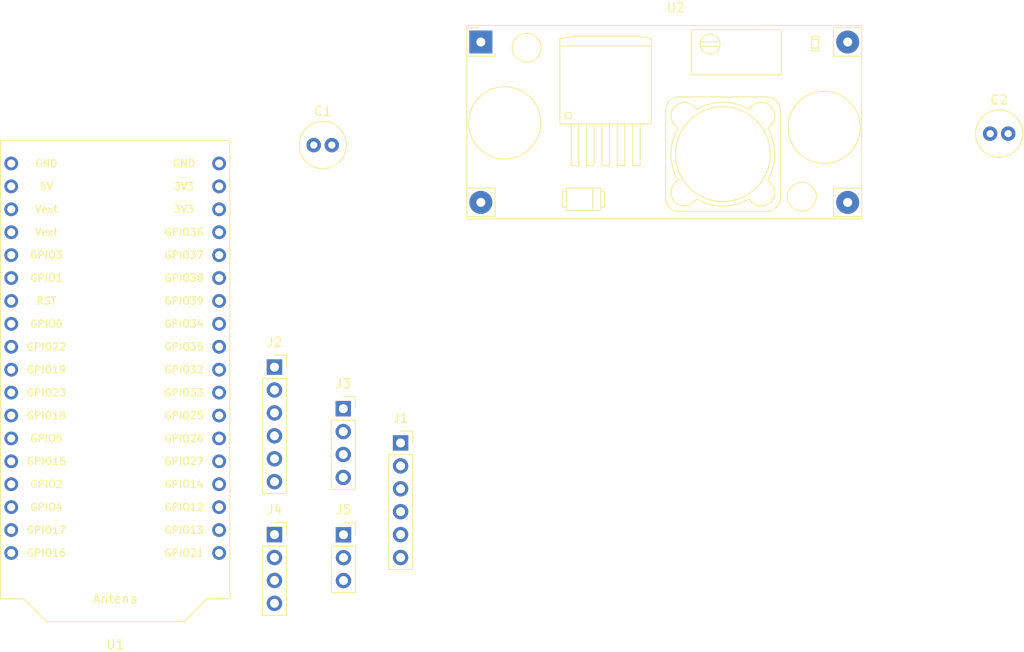
<source format=kicad_pcb>
(kicad_pcb (version 20221018) (generator pcbnew)
  (layers (0 "F.Cu" signal) (31 "B.Cu" signal) (34 "B.Paste" user) (35 "F.Paste" user) (36 "B.SilkS" user "B.Silkscreen") (37 "F.SilkS" user "F.Silkscreen") (38 "B.Mask" user) (39 "F.Mask" user) (44 "Edge.Cuts" user))
  (net 0 "")
  (net 59 "GND")
  (net 60 "VCC")
  (net 61 "+12V")
  (net 63 "+5V")
  (footprint "Connector_PinSocket_2.54mm:PinSocket_1x06_P2.54mm_Vertical" (layer "F.Cu") (at 163.83 88.9)
    (fp_text reference "J1" (at 0 -2.77) (layer "F.SilkS"))
    (fp_text value "RTCLOCK")
    (fp_line (start -1.33 1.27) (end -1.33 14.03) (stroke (width 0.12)) (layer "F.SilkS"))
    (fp_line (start -1.33 1.27) (end 1.33 1.27) (stroke (width 0.12)) (layer "F.SilkS"))
    (fp_line (start -1.33 14.03) (end 1.33 14.03) (stroke (width 0.12)) (layer "F.SilkS"))
    (fp_line (start 0 -1.33) (end 1.33 -1.33) (stroke (width 0.12)) (layer "F.SilkS"))
    (fp_line (start 1.33 -1.33) (end 1.33 0) (stroke (width 0.12)) (layer "F.SilkS"))
    (fp_line (start 1.33 1.27) (end 1.33 14.03) (stroke (width 0.12)) (layer "F.SilkS"))
    (pad "1" thru_hole rect (at 0 0) (size 1.7 1.7) (drill 1) (layers "*.Cu" "*.Mask"))
    (pad "2" thru_hole oval (at 0 2.54) (size 1.7 1.7) (drill 1) (layers "*.Cu" "*.Mask"))
    (pad "3" thru_hole oval (at 0 5.08) (size 1.7 1.7) (drill 1) (layers "*.Cu" "*.Mask"))
    (pad "4" thru_hole oval (at 0 7.62) (size 1.7 1.7) (drill 1) (layers "*.Cu" "*.Mask"))
    (pad "5" thru_hole oval (at 0 10.16) (size 1.7 1.7) (drill 1) (layers "*.Cu" "*.Mask"))
    (pad "6" thru_hole oval (at 0 12.7) (size 1.7 1.7) (drill 1) (layers "*.Cu" "*.Mask"))
  )
  (footprint "Connector_PinSocket_2.54mm:PinSocket_1x06_P2.54mm_Vertical" (layer "F.Cu") (at 149.86 80.49)
    (fp_text reference "J2" (at 0 -2.77) (layer "F.SilkS"))
    (fp_text value "SDCARD")
    (fp_line (start -1.33 1.27) (end -1.33 14.03) (stroke (width 0.12)) (layer "F.SilkS"))
    (fp_line (start -1.33 1.27) (end 1.33 1.27) (stroke (width 0.12)) (layer "F.SilkS"))
    (fp_line (start -1.33 14.03) (end 1.33 14.03) (stroke (width 0.12)) (layer "F.SilkS"))
    (fp_line (start 0 -1.33) (end 1.33 -1.33) (stroke (width 0.12)) (layer "F.SilkS"))
    (fp_line (start 1.33 -1.33) (end 1.33 0) (stroke (width 0.12)) (layer "F.SilkS"))
    (fp_line (start 1.33 1.27) (end 1.33 14.03) (stroke (width 0.12)) (layer "F.SilkS"))
    (pad "1" thru_hole rect (at 0 0) (size 1.7 1.7) (drill 1) (layers "*.Cu" "*.Mask"))
    (pad "2" thru_hole oval (at 0 2.54) (size 1.7 1.7) (drill 1) (layers "*.Cu" "*.Mask"))
    (pad "3" thru_hole oval (at 0 5.08) (size 1.7 1.7) (drill 1) (layers "*.Cu" "*.Mask"))
    (pad "4" thru_hole oval (at 0 7.62) (size 1.7 1.7) (drill 1) (layers "*.Cu" "*.Mask"))
    (pad "5" thru_hole oval (at 0 10.16) (size 1.7 1.7) (drill 1) (layers "*.Cu" "*.Mask"))
    (pad "6" thru_hole oval (at 0 12.7) (size 1.7 1.7) (drill 1) (layers "*.Cu" "*.Mask"))
  )
  (footprint "Heltec_wifi_LoRa_v2:Heltec_WiFi_LoRa_V2" (layer "F.Cu") (at 132.215 83.315)
    (fp_text reference "U1" (at 0 27.94) (layer "F.SilkS"))
    (fp_text value "Heltec_Wifi_LoRa_V1")
    (fp_text user "GPIO2" (at -7.62 10.16) (layer "F.SilkS") (effects (font (size 0.8 0.8))))
    (fp_text user "3V3" (at 7.62 -20.32) (layer "F.SilkS") (effects (font (size 0.8 0.8))))
    (fp_text user "GPIO0" (at -7.62 -7.62) (layer "F.SilkS") (effects (font (size 0.8 0.8))))
    (fp_text user "GPIO3" (at -7.62 -15.24) (layer "F.SilkS") (effects (font (size 0.8 0.8))))
    (fp_text user "GPIO37" (at 7.62 -15.24) (layer "F.SilkS") (effects (font (size 0.8 0.8))))
    (fp_text user "GPIO19" (at -7.62 -2.54) (layer "F.SilkS") (effects (font (size 0.8 0.8))))
    (fp_text user "GPIO12" (at 7.62 12.7) (layer "F.SilkS") (effects (font (size 0.8 0.8))))
    (fp_text user "GPIO22" (at -7.62 -5.08) (layer "F.SilkS") (effects (font (size 0.8 0.8))))
    (fp_text user "Antena" (at 0 22.86) (layer "F.SilkS"))
    (fp_text user "GPIO33" (at 7.62 0) (layer "F.SilkS") (effects (font (size 0.8 0.8))))
    (fp_text user "Vext" (at -7.62 -20.32) (layer "F.SilkS") (effects (font (size 0.8 0.8))))
    (fp_text user "GPIO18" (at -7.62 2.54) (layer "F.SilkS") (effects (font (size 0.8 0.8))))
    (fp_text user "GPIO1" (at -7.62 -12.7) (layer "F.SilkS") (effects (font (size 0.8 0.8))))
    (fp_text user "GPIO21" (at 7.62 17.78) (layer "F.SilkS") (effects (font (size 0.8 0.8))))
    (fp_text user "GPIO14" (at 7.62 10.16) (layer "F.SilkS") (effects (font (size 0.8 0.8))))
    (fp_text user "Vext" (at -7.62 -17.78) (layer "F.SilkS") (effects (font (size 0.8 0.8))))
    (fp_text user "GND" (at 7.62 -25.4) (layer "F.SilkS") (effects (font (size 0.8 0.8))))
    (fp_text user "GPIO36" (at 7.62 -17.78) (layer "F.SilkS") (effects (font (size 0.8 0.8))))
    (fp_text user "GPIO17" (at -7.62 15.24) (layer "F.SilkS") (effects (font (size 0.8 0.8))))
    (fp_text user "GPIO35" (at 7.62 -5.08) (layer "F.SilkS") (effects (font (size 0.8 0.8))))
    (fp_text user "RST" (at -7.62 -10.16) (layer "F.SilkS") (effects (font (size 0.8 0.8))))
    (fp_text user "GPIO38" (at 7.62 -12.7) (layer "F.SilkS") (effects (font (size 0.8 0.8))))
    (fp_text user "GPIO26" (at 7.62 5.08) (layer "F.SilkS") (effects (font (size 0.8 0.8))))
    (fp_text user "GPIO13" (at 7.62 15.24) (layer "F.SilkS") (effects (font (size 0.8 0.8))))
    (fp_text user "5V" (at -7.62 -22.86) (layer "F.SilkS") (effects (font (size 0.8 0.8))))
    (fp_text user "GND" (at -7.62 -25.4) (layer "F.SilkS") (effects (font (size 0.8 0.8))))
    (fp_text user "GPIO27" (at 7.62 7.62) (layer "F.SilkS") (effects (font (size 0.8 0.8))))
    (fp_text user "GPIO16" (at -7.62 17.78) (layer "F.SilkS") (effects (font (size 0.8 0.8))))
    (fp_text user "GPIO5" (at -7.62 5.08) (layer "F.SilkS") (effects (font (size 0.8 0.8))))
    (fp_text user "GPIO39" (at 7.62 -10.16) (layer "F.SilkS") (effects (font (size 0.8 0.8))))
    (fp_text user "GPIO15" (at -7.62 7.62) (layer "F.SilkS") (effects (font (size 0.8 0.8))))
    (fp_text user "3V3" (at 7.62 -22.86) (layer "F.SilkS") (effects (font (size 0.8 0.8))))
    (fp_text user "GPIO34" (at 7.62 -7.62) (layer "F.SilkS") (effects (font (size 0.8 0.8))))
    (fp_text user "GPIO4" (at -7.62 12.7) (layer "F.SilkS") (effects (font (size 0.8 0.8))))
    (fp_text user "GPIO23" (at -7.62 0) (layer "F.SilkS") (effects (font (size 0.8 0.8))))
    (fp_text user "GPIO32" (at 7.62 -2.54) (layer "F.SilkS") (effects (font (size 0.8 0.8))))
    (fp_text user "GPIO25" (at 7.62 2.54) (layer "F.SilkS") (effects (font (size 0.8 0.8))))
    (fp_line (start -12.7 -27.94) (end -12.7 17.78) (stroke (width 0.12)) (layer "F.SilkS"))
    (fp_line (start -12.7 -27.94) (end 12.7 -27.94) (stroke (width 0.12)) (layer "F.SilkS"))
    (fp_line (start -12.7 17.78) (end -12.7 22.86) (stroke (width 0.12)) (layer "F.SilkS"))
    (fp_line (start -12.7 22.86) (end -10.16 22.86) (stroke (width 0.12)) (layer "F.SilkS"))
    (fp_line (start -10.16 22.86) (end -7.62 25.4) (stroke (width 0.12)) (layer "F.SilkS"))
    (fp_line (start -7.62 25.4) (end 7.62 25.4) (stroke (width 0.12)) (layer "F.SilkS"))
    (fp_line (start 7.62 25.4) (end 10.16 22.86) (stroke (width 0.12)) (layer "F.SilkS"))
    (fp_line (start 10.16 22.86) (end 12.7 22.86) (stroke (width 0.12)) (layer "F.SilkS"))
    (fp_line (start 12.7 17.78) (end 12.7 -27.94) (stroke (width 0.12)) (layer "F.SilkS"))
    (fp_line (start 12.7 22.86) (end 12.7 17.78) (stroke (width 0.12)) (layer "F.SilkS"))
    (pad "1" thru_hole circle (at -11.515 -25.4) (size 1.524 1.524) (drill 0.9) (layers "*.Cu" "*.Mask"))
    (pad "2" thru_hole circle (at -11.515 -22.86) (size 1.524 1.524) (drill 0.9) (layers "*.Cu" "*.Mask"))
    (pad "3" thru_hole circle (at -11.515 -20.32) (size 1.524 1.524) (drill 0.9) (layers "*.Cu" "*.Mask"))
    (pad "4" thru_hole circle (at -11.515 -17.78) (size 1.524 1.524) (drill 0.9) (layers "*.Cu" "*.Mask"))
    (pad "5" thru_hole circle (at -11.515 -15.24) (size 1.524 1.524) (drill 0.9) (layers "*.Cu" "*.Mask"))
    (pad "6" thru_hole circle (at -11.515 -12.7) (size 1.524 1.524) (drill 0.9) (layers "*.Cu" "*.Mask"))
    (pad "7" thru_hole circle (at -11.515 -10.16) (size 1.524 1.524) (drill 0.9) (layers "*.Cu" "*.Mask"))
    (pad "8" thru_hole circle (at -11.515 -7.62) (size 1.524 1.524) (drill 0.9) (layers "*.Cu" "*.Mask"))
    (pad "9" thru_hole circle (at -11.515 -5.08) (size 1.524 1.524) (drill 0.9) (layers "*.Cu" "*.Mask"))
    (pad "10" thru_hole circle (at -11.515 -2.54) (size 1.524 1.524) (drill 0.9) (layers "*.Cu" "*.Mask"))
    (pad "11" thru_hole circle (at -11.515 0) (size 1.524 1.524) (drill 0.9) (layers "*.Cu" "*.Mask"))
    (pad "12" thru_hole circle (at -11.515 2.54) (size 1.524 1.524) (drill 0.9) (layers "*.Cu" "*.Mask"))
    (pad "13" thru_hole circle (at -11.515 5.08) (size 1.524 1.524) (drill 0.9) (layers "*.Cu" "*.Mask"))
    (pad "14" thru_hole circle (at -11.515 7.62) (size 1.524 1.524) (drill 0.9) (layers "*.Cu" "*.Mask"))
    (pad "15" thru_hole circle (at -11.515 10.16) (size 1.524 1.524) (drill 0.9) (layers "*.Cu" "*.Mask"))
    (pad "16" thru_hole circle (at -11.515 12.7) (size 1.524 1.524) (drill 0.9) (layers "*.Cu" "*.Mask"))
    (pad "17" thru_hole circle (at -11.515 15.24) (size 1.524 1.524) (drill 0.9) (layers "*.Cu" "*.Mask"))
    (pad "18" thru_hole circle (at -11.515 17.78) (size 1.524 1.524) (drill 0.9) (layers "*.Cu" "*.Mask"))
    (pad "19" thru_hole circle (at 11.515 17.78) (size 1.524 1.524) (drill 0.9) (layers "*.Cu" "*.Mask"))
    (pad "20" thru_hole circle (at 11.515 15.24) (size 1.524 1.524) (drill 0.9) (layers "*.Cu" "*.Mask"))
    (pad "21" thru_hole circle (at 11.515 12.7) (size 1.524 1.524) (drill 0.9) (layers "*.Cu" "*.Mask"))
    (pad "22" thru_hole circle (at 11.515 10.16) (size 1.524 1.524) (drill 0.9) (layers "*.Cu" "*.Mask"))
    (pad "23" thru_hole circle (at 11.515 7.62) (size 1.524 1.524) (drill 0.9) (layers "*.Cu" "*.Mask"))
    (pad "24" thru_hole circle (at 11.515 5.08) (size 1.524 1.524) (drill 0.9) (layers "*.Cu" "*.Mask"))
    (pad "25" thru_hole circle (at 11.515 2.54) (size 1.524 1.524) (drill 0.9) (layers "*.Cu" "*.Mask"))
    (pad "26" thru_hole circle (at 11.515 0) (size 1.524 1.524) (drill 0.9) (layers "*.Cu" "*.Mask"))
    (pad "27" thru_hole circle (at 11.515 -2.54) (size 1.524 1.524) (drill 0.9) (layers "*.Cu" "*.Mask"))
    (pad "28" thru_hole circle (at 11.515 -5.08) (size 1.524 1.524) (drill 0.9) (layers "*.Cu" "*.Mask"))
    (pad "29" thru_hole circle (at 11.515 -7.62) (size 1.524 1.524) (drill 0.9) (layers "*.Cu" "*.Mask"))
    (pad "30" thru_hole circle (at 11.515 -10.16) (size 1.524 1.524) (drill 0.9) (layers "*.Cu" "*.Mask"))
    (pad "31" thru_hole circle (at 11.515 -12.7) (size 1.524 1.524) (drill 0.9) (layers "*.Cu" "*.Mask"))
    (pad "32" thru_hole circle (at 11.515 -15.24) (size 1.524 1.524) (drill 0.9) (layers "*.Cu" "*.Mask"))
    (pad "33" thru_hole circle (at 11.515 -17.78) (size 1.524 1.524) (drill 0.9) (layers "*.Cu" "*.Mask"))
    (pad "34" thru_hole circle (at 11.515 -20.32) (size 1.524 1.524) (drill 0.9) (layers "*.Cu" "*.Mask"))
    (pad "35" thru_hole circle (at 11.515 -22.86) (size 1.524 1.524) (drill 0.9) (layers "*.Cu" "*.Mask"))
    (pad "36" thru_hole circle (at 11.515 -25.4) (size 1.524 1.524) (drill 0.9) (layers "*.Cu" "*.Mask"))
  )
  (footprint "Connector_PinSocket_2.54mm:PinSocket_1x04_P2.54mm_Vertical" (layer "F.Cu") (at 149.86 99.06)
    (fp_text reference "J4" (at 0 -2.77) (layer "F.SilkS"))
    (fp_text value "DHT11")
    (fp_line (start -1.33 1.27) (end -1.33 8.95) (stroke (width 0.12)) (layer "F.SilkS"))
    (fp_line (start -1.33 1.27) (end 1.33 1.27) (stroke (width 0.12)) (layer "F.SilkS"))
    (fp_line (start -1.33 8.95) (end 1.33 8.95) (stroke (width 0.12)) (layer "F.SilkS"))
    (fp_line (start 0 -1.33) (end 1.33 -1.33) (stroke (width 0.12)) (layer "F.SilkS"))
    (fp_line (start 1.33 -1.33) (end 1.33 0) (stroke (width 0.12)) (layer "F.SilkS"))
    (fp_line (start 1.33 1.27) (end 1.33 8.95) (stroke (width 0.12)) (layer "F.SilkS"))
    (pad "1" thru_hole rect (at 0 0) (size 1.7 1.7) (drill 1) (layers "*.Cu" "*.Mask"))
    (pad "2" thru_hole oval (at 0 2.54) (size 1.7 1.7) (drill 1) (layers "*.Cu" "*.Mask"))
    (pad "3" thru_hole oval (at 0 5.08) (size 1.7 1.7) (drill 1) (layers "*.Cu" "*.Mask"))
    (pad "4" thru_hole oval (at 0 7.62) (size 1.7 1.7) (drill 1) (layers "*.Cu" "*.Mask"))
  )
  (footprint "Connector_PinSocket_2.54mm:PinSocket_1x03_P2.54mm_Vertical" (layer "F.Cu") (at 157.505 99.075)
    (fp_text reference "J5" (at 0 -2.77) (layer "F.SilkS"))
    (fp_text value "RELE 5V")
    (fp_line (start -1.33 1.27) (end -1.33 6.41) (stroke (width 0.12)) (layer "F.SilkS"))
    (fp_line (start -1.33 1.27) (end 1.33 1.27) (stroke (width 0.12)) (layer "F.SilkS"))
    (fp_line (start -1.33 6.41) (end 1.33 6.41) (stroke (width 0.12)) (layer "F.SilkS"))
    (fp_line (start 0 -1.33) (end 1.33 -1.33) (stroke (width 0.12)) (layer "F.SilkS"))
    (fp_line (start 1.33 -1.33) (end 1.33 0) (stroke (width 0.12)) (layer "F.SilkS"))
    (fp_line (start 1.33 1.27) (end 1.33 6.41) (stroke (width 0.12)) (layer "F.SilkS"))
    (pad "1" thru_hole rect (at 0 0) (size 1.7 1.7) (drill 1) (layers "*.Cu" "*.Mask"))
    (pad "2" thru_hole oval (at 0 2.54) (size 1.7 1.7) (drill 1) (layers "*.Cu" "*.Mask"))
    (pad "3" thru_hole oval (at 0 5.08) (size 1.7 1.7) (drill 1) (layers "*.Cu" "*.Mask"))
  )
  (footprint "Capacitor_THT:C_Radial_D5.0mm_H11.0mm_P2.00mm" (layer "F.Cu") (at 154.21 55.88)
    (fp_text reference "C1" (at 1 -3.75) (layer "F.SilkS"))
    (fp_text value "3.3uf")
    (fp_circle (center 1 0) (end 3.62 0) (stroke (width 0.12)) (fill none) (layer "F.SilkS"))
    (pad "1" thru_hole circle (at 0 0) (size 1.6 1.6) (drill 0.8) (layers "*.Cu" "*.Mask") (net 61 "+12V"))
    (pad "2" thru_hole circle (at 2 0) (size 1.6 1.6) (drill 0.8) (layers "*.Cu" "*.Mask") (net 59 "GND"))
  )
  (footprint "Footprints:YAAJ_DCDC_StepDown_LM2596" (layer "F.Cu") (at 172.72 44.45)
    (fp_text reference "U2" (at 21.59 -3.81) (layer "F.SilkS"))
    (fp_text value "YAAJ_DCDC_StepDown_LM2596")
    (fp_line (start -1.555 -1.835) (end -1.555 19.615) (stroke (width 0.12)) (layer "F.SilkS"))
    (fp_line (start -1.555 19.615) (end 42.195 19.615) (stroke (width 0.12)) (layer "F.SilkS"))
    (fp_line (start -1.55 -1.58) (end -0.25 -1.58) (stroke (width 0.12)) (layer "F.SilkS"))
    (fp_line (start -1.55 1.575) (end 1.58 1.58) (stroke (width 0.12)) (layer "F.SilkS"))
    (fp_line (start -1.55 16.2) (end 1.58 16.2) (stroke (width 0.12)) (layer "F.SilkS"))
    (fp_line (start -1.55 19.36) (end 1.58 19.36) (stroke (width 0.12)) (layer "F.SilkS"))
    (fp_line (start 1.58 1.27) (end 1.58 1.58) (stroke (width 0.12)) (layer "F.SilkS"))
    (fp_line (start 1.58 16.2) (end 1.58 19.36) (stroke (width 0.12)) (layer "F.SilkS"))
    (fp_line (start 8.749233 1.004149) (end 8.749233 1.165687) (stroke (width 0.12)) (layer "F.SilkS"))
    (fp_line (start 8.750233 -0.36239) (end 10.400233 -0.653329) (stroke (width 0.12)) (layer "F.SilkS"))
    (fp_line (start 8.750233 8.989106) (end 8.750233 -0.36239) (stroke (width 0.12)) (layer "F.SilkS"))
    (fp_line (start 8.750233 8.989106) (end 8.827797 9.06667) (stroke (width 0.12)) (layer "F.SilkS"))
    (fp_line (start 8.827797 9.06667) (end 18.83267 9.06667) (stroke (width 0.12)) (layer "F.SilkS"))
    (fp_line (start 9.031636 16.558217) (end 9.481636 16.558217) (stroke (width 0.12)) (layer "F.SilkS"))
    (fp_line (start 9.031636 18.308217) (end 9.031636 16.558217) (stroke (width 0.12)) (layer "F.SilkS"))
    (fp_line (start 9.481636 18.308217) (end 9.031636 18.308217) (stroke (width 0.12)) (layer "F.SilkS"))
    (fp_line (start 9.481636 18.583217) (end 9.481636 16.283217) (stroke (width 0.12)) (layer "F.SilkS"))
    (fp_line (start 9.581636 16.183217) (end 13.181636 16.183217) (stroke (width 0.12)) (layer "F.SilkS"))
    (fp_line (start 10.010233 13.69667) (end 10.010233 9.06667) (stroke (width 0.12)) (layer "F.SilkS"))
    (fp_line (start 10.010233 13.69667) (end 10.850233 13.69667) (stroke (width 0.12)) (layer "F.SilkS"))
    (fp_line (start 10.400233 -0.653329) (end 17.260233 -0.653329) (stroke (width 0.12)) (layer "F.SilkS"))
    (fp_line (start 10.850233 13.69667) (end 10.850233 9.06667) (stroke (width 0.12)) (layer "F.SilkS"))
    (fp_line (start 11.710233 13.69667) (end 11.710233 9.06667) (stroke (width 0.12)) (layer "F.SilkS"))
    (fp_line (start 11.710233 13.69667) (end 12.550233 13.69667) (stroke (width 0.12)) (layer "F.SilkS"))
    (fp_line (start 12.411358 16.283217) (end 12.411358 18.583217) (stroke (width 0.12)) (layer "F.SilkS"))
    (fp_line (start 12.550233 13.69667) (end 12.550233 9.06667) (stroke (width 0.12)) (layer "F.SilkS"))
    (fp_line (start 13.181636 18.683217) (end 9.581636 18.683217) (stroke (width 0.12)) (layer "F.SilkS"))
    (fp_line (start 13.281636 16.283217) (end 13.281636 18.583217) (stroke (width 0.12)) (layer "F.SilkS"))
    (fp_line (start 13.281636 16.558217) (end 13.731636 16.558217) (stroke (width 0.12)) (layer "F.SilkS"))
    (fp_line (start 13.282636 16.794696) (end 13.282636 16.700144) (stroke (width 0.12)) (layer "F.SilkS"))
    (fp_line (start 13.410233 13.69667) (end 13.410233 9.06667) (stroke (width 0.12)) (layer "F.SilkS"))
    (fp_line (start 13.410233 13.69667) (end 14.250233 13.69667) (stroke (width 0.12)) (layer "F.SilkS"))
    (fp_line (start 13.731636 16.558217) (end 13.731636 18.308217) (stroke (width 0.12)) (layer "F.SilkS"))
    (fp_line (start 13.731636 18.308217) (end 13.281636 18.308217) (stroke (width 0.12)) (layer "F.SilkS"))
    (fp_line (start 14.250233 13.69667) (end 14.250233 9.06667) (stroke (width 0.12)) (layer "F.SilkS"))
    (fp_line (start 15.110233 13.69667) (end 15.110233 9.06667) (stroke (width 0.12)) (layer "F.SilkS"))
    (fp_line (start 15.110233 13.69667) (end 15.950233 13.69667) (stroke (width 0.12)) (layer "F.SilkS"))
    (fp_line (start 15.950233 13.69667) (end 15.950233 9.06667) (stroke (width 0.12)) (layer "F.SilkS"))
    (fp_line (start 16.810233 13.69667) (end 16.810233 9.06667) (stroke (width 0.12)) (layer "F.SilkS"))
    (fp_line (start 16.810233 13.69667) (end 17.650233 13.69667) (stroke (width 0.12)) (layer "F.SilkS"))
    (fp_line (start 17.260233 -0.653329) (end 18.910233 -0.36239) (stroke (width 0.12)) (layer "F.SilkS"))
    (fp_line (start 17.650233 13.69667) (end 17.650233 9.06667) (stroke (width 0.12)) (layer "F.SilkS"))
    (fp_line (start 18.83267 9.06667) (end 18.910233 8.989106) (stroke (width 0.12)) (layer "F.SilkS"))
    (fp_line (start 18.910233 0.42667) (end 8.750233 0.42667) (stroke (width 0.12)) (layer "F.SilkS"))
    (fp_line (start 18.910233 8.989106) (end 18.910233 -0.36239) (stroke (width 0.12)) (layer "F.SilkS"))
    (fp_line (start 20.467397 7.585796) (end 20.467397 17.285796) (stroke (width 0.12)) (layer "F.SilkS"))
    (fp_line (start 21.967397 18.785796) (end 31.667397 18.785796) (stroke (width 0.12)) (layer "F.SilkS"))
    (fp_line (start 23.299783 3.582294) (end 23.299783 -1.317705) (stroke (width 0.12)) (layer "F.SilkS"))
    (fp_line (start 23.349783 -1.367705) (end 33.249783 -1.367705) (stroke (width 0.12)) (layer "F.SilkS"))
    (fp_line (start 24.336385 -0.0491) (end 24.360553 -0.017705) (stroke (width 0.12)) (layer "F.SilkS"))
    (fp_line (start 24.348594 0.007294) (end 24.324147 0.002062) (stroke (width 0.12)) (layer "F.SilkS"))
    (fp_line (start 24.348594 0.007294) (end 24.355764 -0.023925) (stroke (width 0.12)) (layer "F.SilkS"))
    (fp_line (start 24.348594 0.007294) (end 24.360553 -0.017705) (stroke (width 0.12)) (layer "F.SilkS"))
    (fp_line (start 24.360553 0.482294) (end 26.439014 0.482294) (stroke (width 0.12)) (layer "F.SilkS"))
    (fp_line (start 26.439014 -0.017705) (end 24.360553 -0.017705) (stroke (width 0.12)) (layer "F.SilkS"))
    (fp_line (start 31.667397 6.085796) (end 21.967397 6.085796) (stroke (width 0.12)) (layer "F.SilkS"))
    (fp_line (start 31.858978 -1.368705) (end 31.814106 -1.368705) (stroke (width 0.12)) (layer "F.SilkS"))
    (fp_line (start 31.942312 -1.368705) (end 31.908357 -1.368705) (stroke (width 0.12)) (layer "F.SilkS"))
    (fp_line (start 33.167397 17.285796) (end 33.167397 7.585796) (stroke (width 0.12)) (layer "F.SilkS"))
    (fp_line (start 33.249783 3.632294) (end 23.349783 3.632294) (stroke (width 0.12)) (layer "F.SilkS"))
    (fp_line (start 33.299783 -1.317705) (end 33.299783 3.582294) (stroke (width 0.12)) (layer "F.SilkS"))
    (fp_line (start 36.648681 -0.299704) (end 37.448681 -0.299704) (stroke (width 0.12)) (layer "F.SilkS"))
    (fp_line (start 36.648681 0.980295) (end 36.648681 -0.619704) (stroke (width 0.12)) (layer "F.SilkS"))
    (fp_line (start 37.448681 -0.619704) (end 36.648681 -0.619704) (stroke (width 0.12)) (layer "F.SilkS"))
    (fp_line (start 37.448681 -0.619704) (end 37.448681 0.980295) (stroke (width 0.12)) (layer "F.SilkS"))
    (fp_line (start 37.448681 0.660295) (end 36.648681 0.660295) (stroke (width 0.12)) (layer "F.SilkS"))
    (fp_line (start 37.448681 0.980295) (end 36.648681 0.980295) (stroke (width 0.12)) (layer "F.SilkS"))
    (fp_line (start 39.06 -1.58) (end 42.175 -1.58) (stroke (width 0.12)) (layer "F.SilkS"))
    (fp_line (start 39.06 1.58) (end 39.06 -1.58) (stroke (width 0.12)) (layer "F.SilkS"))
    (fp_line (start 39.06 1.58) (end 42.22 1.58) (stroke (width 0.12)) (layer "F.SilkS"))
    (fp_line (start 39.06 16.2) (end 42.175 16.2) (stroke (width 0.12)) (layer "F.SilkS"))
    (fp_line (start 39.06 19.36) (end 39.06 16.2) (stroke (width 0.12)) (layer "F.SilkS"))
    (fp_line (start 39.06 19.36) (end 42.175 19.36) (stroke (width 0.12)) (layer "F.SilkS"))
    (fp_line (start 42.195 -1.835) (end -1.555 -1.835) (stroke (width 0.12)) (layer "F.SilkS"))
    (fp_line (start 42.195 19.615) (end 42.195 -1.835) (stroke (width 0.12)) (layer "F.SilkS"))
    (fp_arc (start 9.481636 16.283217) (mid 9.510921 16.212508) (end 9.581636 16.183217) (stroke (width 0.12)) (layer "F.SilkS"))
    (fp_arc (start 9.581636 18.683217) (mid 9.510896 18.653941) (end 9.481636 18.583217) (stroke (width 0.12)) (layer "F.SilkS"))
    (fp_arc (start 13.181636 16.183217) (mid 13.252317 16.21252) (end 13.281636 16.283217) (stroke (width 0.12)) (layer "F.SilkS"))
    (fp_arc (start 13.281636 18.583217) (mid 13.252343 18.653929) (end 13.181636 18.683217) (stroke (width 0.12)) (layer "F.SilkS"))
    (fp_arc (start 20.467397 7.585796) (mid 20.906738 6.525137) (end 21.967397 6.085796) (stroke (width 0.12)) (layer "F.SilkS"))
    (fp_arc (start 21.781131 9.46601) (mid 21.825155 9.526249) (end 21.815218 9.600183) (stroke (width 0.12)) (layer "F.SilkS"))
    (fp_arc (start 21.781132 9.466011) (mid 21.514101 7.132501) (end 23.847611 7.399531) (stroke (width 0.12)) (layer "F.SilkS"))
    (fp_arc (start 21.815217 15.271409) (mid 21.825126 15.345337) (end 21.781132 15.405582) (stroke (width 0.12)) (layer "F.SilkS"))
    (fp_arc (start 21.815218 15.27141) (mid 21.067399 12.435797) (end 21.815218 9.600183) (stroke (width 0.12)) (layer "F.SilkS"))
    (fp_arc (start 21.967397 18.785796) (mid 20.90674 18.346455) (end 20.467397 17.285796) (stroke (width 0.12)) (layer "F.SilkS"))
    (fp_arc (start 23.299783 -1.317705) (mid 23.314428 -1.353063) (end 23.349783 -1.367705) (stroke (width 0.12)) (layer "F.SilkS"))
    (fp_arc (start 23.349783 3.632294) (mid 23.314441 3.617643) (end 23.299783 3.582294) (stroke (width 0.12)) (layer "F.SilkS"))
    (fp_arc (start 23.847611 17.472062) (mid 21.514153 17.739048) (end 21.781132 15.405582) (stroke (width 0.12)) (layer "F.SilkS"))
    (fp_arc (start 23.847611 17.472062) (mid 23.90785 17.428041) (end 23.981783 17.437976) (stroke (width 0.12)) (layer "F.SilkS"))
    (fp_arc (start 23.981783 7.433617) (mid 23.907859 7.44352) (end 23.847611 7.399531) (stroke (width 0.12)) (layer "F.SilkS"))
    (fp_arc (start 23.981784 7.433617) (mid 26.817398 6.685796) (end 29.653011 7.433617) (stroke (width 0.12)) (layer "F.SilkS"))
    (fp_arc (start 24.324148 0.462527) (mid 26.469639 -0.023582) (end 24.336385 0.51369) (stroke (width 0.12)) (layer "F.SilkS"))
    (fp_arc (start 29.653011 17.437976) (mid 26.817397 18.185797) (end 23.981783 17.437976) (stroke (width 0.12)) (layer "F.SilkS"))
    (fp_arc (start 29.653011 17.437976) (mid 29.726938 17.428069) (end 29.787183 17.472062) (stroke (width 0.12)) (layer "F.SilkS"))
    (fp_arc (start 29.787183 7.399531) (mid 29.726945 7.443551) (end 29.653011 7.433617) (stroke (width 0.12)) (layer "F.SilkS"))
    (fp_arc (start 29.787183 7.399531) (mid 32.120655 7.132547) (end 31.853662 9.466011) (stroke (width 0.12)) (layer "F.SilkS"))
    (fp_arc (start 31.667397 6.085796) (mid 32.728061 6.525135) (end 33.167397 7.585796) (stroke (width 0.12)) (layer "F.SilkS"))
    (fp_arc (start 31.819576 9.600183) (mid 32.567399 12.435797) (end 31.819576 15.27141) (stroke (width 0.12)) (layer "F.SilkS"))
    (fp_arc (start 31.819577 9.600184) (mid 31.809674 9.526259) (end 31.853662 9.466011) (stroke (width 0.12)) (layer "F.SilkS"))
    (fp_arc (start 31.853662 15.405582) (mid 32.120701 17.739101) (end 29.787183 17.472062) (stroke (width 0.12)) (layer "F.SilkS"))
    (fp_arc (start 31.853663 15.405583) (mid 31.809646 15.345344) (end 31.819576 15.27141) (stroke (width 0.12)) (layer "F.SilkS"))
    (fp_arc (start 33.167397 17.285796) (mid 32.728058 18.346458) (end 31.667397 18.785796) (stroke (width 0.12)) (layer "F.SilkS"))
    (fp_arc (start 33.249783 -1.367705) (mid 33.285151 -1.353067) (end 33.299783 -1.317705) (stroke (width 0.12)) (layer "F.SilkS"))
    (fp_arc (start 33.299783 3.582294) (mid 33.285139 3.617647) (end 33.249783 3.632294) (stroke (width 0.12)) (layer "F.SilkS"))
    (fp_circle (center 2.646666 8.957418) (end 6.646666 8.957418) (stroke (width 0.12)) (fill none) (layer "F.SilkS"))
    (fp_circle (center 5.08 0.635) (end 6.678999 0.635) (stroke (width 0.12)) (fill none) (layer "F.SilkS"))
    (fp_circle (center 9.673179 8.154594) (end 10.048179 8.154594) (stroke (width 0.12)) (fill none) (layer "F.SilkS"))
    (fp_circle (center 26.817397 12.435796) (end 32.067397 12.435796) (stroke (width 0.12)) (fill none) (layer "F.SilkS"))
    (fp_circle (center 35.56 17.145) (end 37.159 17.145) (stroke (width 0.12)) (fill none) (layer "F.SilkS"))
    (fp_circle (center 38.029307 9.455206) (end 42.029307 9.455206) (stroke (width 0.12)) (fill none) (layer "F.SilkS"))
    (pad "1" thru_hole rect (at 0 0) (size 2.54 2.54) (drill 1) (layers "*.Cu" "*.Mask") (net 61 "+12V"))
    (pad "2" thru_hole circle (at 0 17.78) (size 2.54 2.54) (drill 1) (layers "*.Cu" "*.Mask") (net 59 "GND"))
    (pad "3" thru_hole circle (at 40.64 17.78) (size 2.54 2.54) (drill 1) (layers "*.Cu" "*.Mask") (net 59 "GND"))
    (pad "4" thru_hole circle (at 40.64 0) (size 2.54 2.54) (drill 1) (layers "*.Cu" "*.Mask") (net 60 "VCC"))
  )
  (footprint "Connector_PinSocket_2.54mm:PinSocket_1x04_P2.54mm_Vertical" (layer "F.Cu") (at 157.48 85.1)
    (fp_text reference "J3" (at 0 -2.77) (layer "F.SilkS"))
    (fp_text value "GPS")
    (fp_line (start -1.33 1.27) (end -1.33 8.95) (stroke (width 0.12)) (layer "F.SilkS"))
    (fp_line (start -1.33 1.27) (end 1.33 1.27) (stroke (width 0.12)) (layer "F.SilkS"))
    (fp_line (start -1.33 8.95) (end 1.33 8.95) (stroke (width 0.12)) (layer "F.SilkS"))
    (fp_line (start 0 -1.33) (end 1.33 -1.33) (stroke (width 0.12)) (layer "F.SilkS"))
    (fp_line (start 1.33 -1.33) (end 1.33 0) (stroke (width 0.12)) (layer "F.SilkS"))
    (fp_line (start 1.33 1.27) (end 1.33 8.95) (stroke (width 0.12)) (layer "F.SilkS"))
    (pad "1" thru_hole rect (at 0 0) (size 1.7 1.7) (drill 1) (layers "*.Cu" "*.Mask"))
    (pad "2" thru_hole oval (at 0 2.54) (size 1.7 1.7) (drill 1) (layers "*.Cu" "*.Mask"))
    (pad "3" thru_hole oval (at 0 5.08) (size 1.7 1.7) (drill 1) (layers "*.Cu" "*.Mask"))
    (pad "4" thru_hole oval (at 0 7.62) (size 1.7 1.7) (drill 1) (layers "*.Cu" "*.Mask"))
  )
  (footprint "Capacitor_THT:C_Radial_D5.0mm_H11.0mm_P2.00mm" (layer "F.Cu") (at 229.14 54.61)
    (fp_text reference "C2" (at 1 -3.75) (layer "F.SilkS"))
    (fp_text value "3.3uf")
    (fp_circle (center 1 0) (end 3.62 0) (stroke (width 0.12)) (fill none) (layer "F.SilkS"))
    (pad "1" thru_hole circle (at 0 0) (size 1.6 1.6) (drill 0.8) (layers "*.Cu" "*.Mask") (net 63 "+5V"))
    (pad "2" thru_hole circle (at 2 0) (size 1.6 1.6) (drill 0.8) (layers "*.Cu" "*.Mask") (net 59 "GND"))
  )
)
</source>
